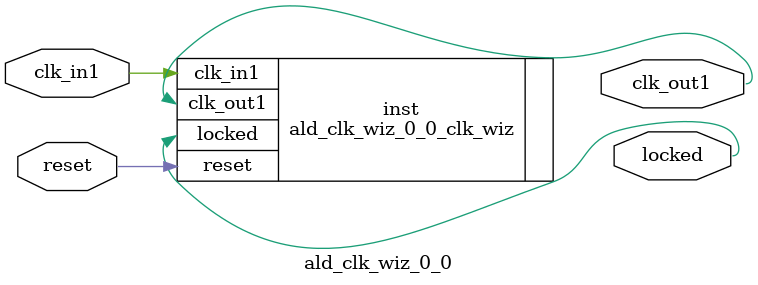
<source format=v>


`timescale 1ps/1ps

(* CORE_GENERATION_INFO = "ald_clk_wiz_0_0,clk_wiz_v6_0_2_0_0,{component_name=ald_clk_wiz_0_0,use_phase_alignment=true,use_min_o_jitter=false,use_max_i_jitter=false,use_dyn_phase_shift=false,use_inclk_switchover=false,use_dyn_reconfig=false,enable_axi=0,feedback_source=FDBK_AUTO,PRIMITIVE=PLL,num_out_clk=1,clkin1_period=8.000,clkin2_period=10.0,use_power_down=false,use_reset=true,use_locked=true,use_inclk_stopped=false,feedback_type=SINGLE,CLOCK_MGR_TYPE=NA,manual_override=false}" *)

module ald_clk_wiz_0_0 
 (
  // Clock out ports
  output        clk_out1,
  // Status and control signals
  input         reset,
  output        locked,
 // Clock in ports
  input         clk_in1
 );

  ald_clk_wiz_0_0_clk_wiz inst
  (
  // Clock out ports  
  .clk_out1(clk_out1),
  // Status and control signals               
  .reset(reset), 
  .locked(locked),
 // Clock in ports
  .clk_in1(clk_in1)
  );

endmodule

</source>
